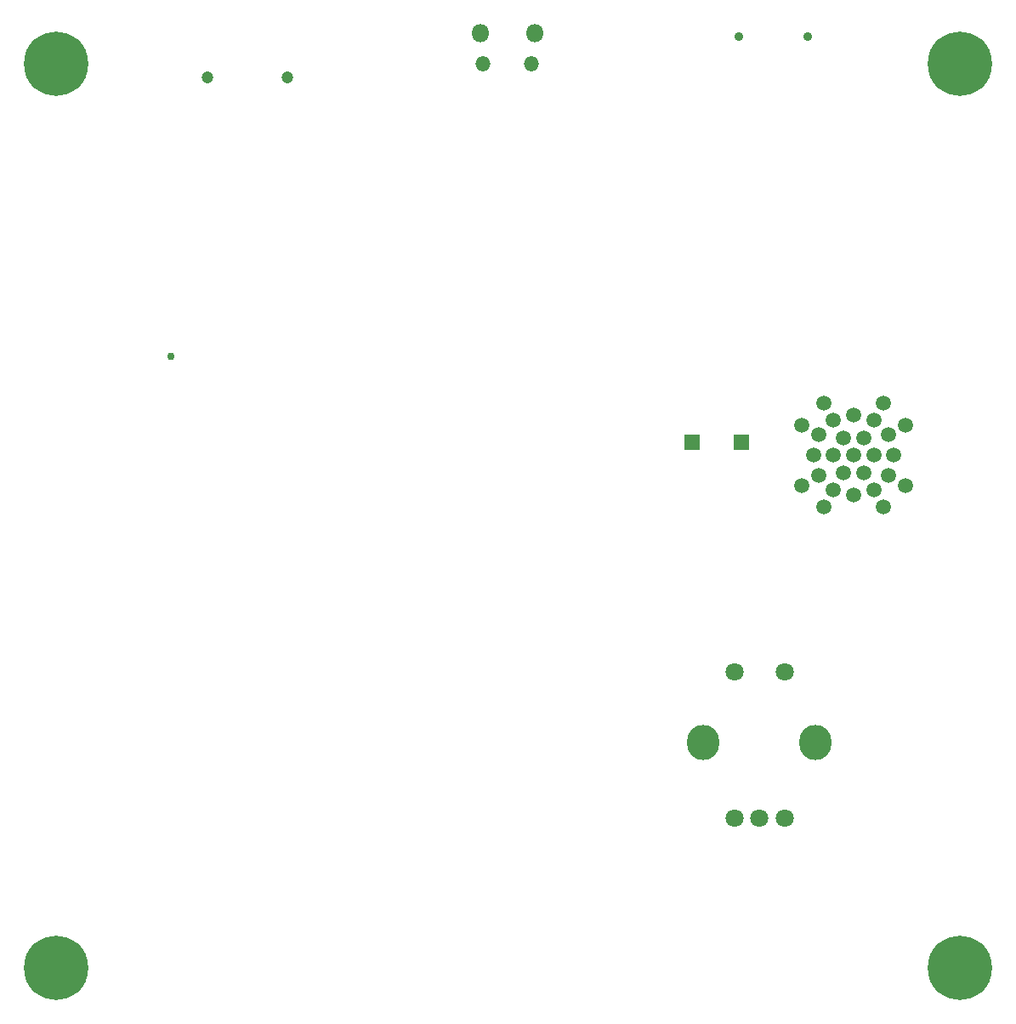
<source format=gbr>
%TF.GenerationSoftware,KiCad,Pcbnew,8.0.3*%
%TF.CreationDate,2024-06-20T00:24:59-06:00*%
%TF.ProjectId,dc32,64633332-2e6b-4696-9361-645f70636258,1.0*%
%TF.SameCoordinates,PX7bb10a0PY836a940*%
%TF.FileFunction,Soldermask,Bot*%
%TF.FilePolarity,Negative*%
%FSLAX46Y46*%
G04 Gerber Fmt 4.6, Leading zero omitted, Abs format (unit mm)*
G04 Created by KiCad (PCBNEW 8.0.3) date 2024-06-20 00:24:59*
%MOMM*%
%LPD*%
G01*
G04 APERTURE LIST*
%ADD10C,1.200000*%
%ADD11C,0.900000*%
%ADD12O,3.200000X3.500000*%
%ADD13C,1.800000*%
%ADD14C,1.500000*%
%ADD15C,0.750000*%
%ADD16O,1.800000X1.800000*%
%ADD17O,1.500000X1.500000*%
%ADD18R,1.500000X1.500000*%
%ADD19C,0.800000*%
%ADD20C,6.400000*%
G04 APERTURE END LIST*
D10*
%TO.C,J1*%
X28030000Y93600000D03*
X20050000Y93600000D03*
%TD*%
D11*
%TO.C,SW1*%
X79800000Y97700000D03*
X73000000Y97700000D03*
%TD*%
D12*
%TO.C,SW2*%
X69400000Y27400000D03*
X80600000Y27400000D03*
D13*
X72500000Y19900000D03*
X77500000Y19900000D03*
X75000000Y19900000D03*
X72500000Y34400000D03*
X77500000Y34400000D03*
%TD*%
D14*
%TO.C,REF\u002A\u002A*%
X81400000Y50807696D03*
X87400000Y50807696D03*
X84400000Y52003848D03*
X82400000Y52539746D03*
X86400000Y52539746D03*
X79203848Y53003848D03*
X89596152Y53003848D03*
X80935898Y54003848D03*
X87864102Y54003848D03*
X83400000Y54271797D03*
X85400000Y54271797D03*
X80400000Y56003848D03*
X82400000Y56003848D03*
X84400000Y56003848D03*
X86400000Y56003848D03*
X88400000Y56003848D03*
X83400000Y57735899D03*
X85400000Y57735899D03*
X80935898Y58003848D03*
X87864102Y58003848D03*
X79203848Y59003848D03*
X89596152Y59003848D03*
X82400000Y59467950D03*
X86400000Y59467950D03*
X84400000Y60003848D03*
X81400000Y61200000D03*
X87400000Y61200000D03*
%TD*%
D15*
%TO.C,U2*%
X16390000Y65870000D03*
%TD*%
D16*
%TO.C,U3*%
X47185000Y98030000D03*
D17*
X47485000Y95000000D03*
X52335000Y95000000D03*
D16*
X52635000Y98030000D03*
%TD*%
D18*
%TO.C,TP1*%
X68300000Y57300000D03*
%TD*%
D19*
%TO.C,H4*%
X7400000Y5000000D03*
X6697056Y3302944D03*
X6697056Y6697056D03*
X5000000Y2600000D03*
D20*
X5000000Y5000000D03*
D19*
X5000000Y7400000D03*
X3302944Y3302944D03*
X3302944Y6697056D03*
X2600000Y5000000D03*
%TD*%
%TO.C,H1*%
X97400000Y95000000D03*
X96697056Y93302944D03*
X96697056Y96697056D03*
X95000000Y92600000D03*
D20*
X95000000Y95000000D03*
D19*
X95000000Y97400000D03*
X93302944Y93302944D03*
X93302944Y96697056D03*
X92600000Y95000000D03*
%TD*%
%TO.C,H3*%
X97400000Y5000000D03*
X96697056Y3302944D03*
X96697056Y6697056D03*
X95000000Y2600000D03*
D20*
X95000000Y5000000D03*
D19*
X95000000Y7400000D03*
X93302944Y3302944D03*
X93302944Y6697056D03*
X92600000Y5000000D03*
%TD*%
D18*
%TO.C,TP2*%
X73200000Y57300000D03*
%TD*%
D19*
%TO.C,H2*%
X7400000Y95000000D03*
X6697056Y93302944D03*
X6697056Y96697056D03*
X5000000Y92600000D03*
D20*
X5000000Y95000000D03*
D19*
X5000000Y97400000D03*
X3302944Y93302944D03*
X3302944Y96697056D03*
X2600000Y95000000D03*
%TD*%
M02*

</source>
